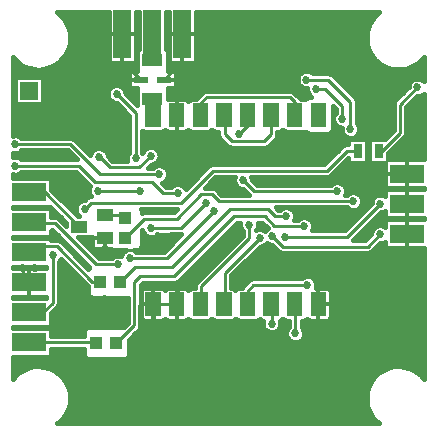
<source format=gbl>
G04 DipTrace 2.3.1.0*
%INPowerTowerRX_Rev4.GBL*%
%MOIN*%
%ADD13C,0.01*%
%ADD16C,0.015*%
%ADD17C,0.013*%
%ADD20R,0.1181X0.063*%
%ADD25R,0.0394X0.0433*%
%ADD26R,0.0433X0.0394*%
%ADD28R,0.0315X0.0472*%
%ADD32R,0.0591X0.0591*%
%ADD33R,0.06X0.16*%
%ADD37R,0.071X0.041*%
%ADD38R,0.049X0.024*%
%ADD42R,0.0551X0.0394*%
%ADD46C,0.027*%
%FSLAX44Y44*%
G04*
G70*
G90*
G75*
G01*
%LNBottom*%
%LPD*%
X11840Y7870D2*
D13*
X7360D1*
X7120Y8110D1*
X6780D1*
X5960Y7290D1*
X4880D1*
X4240Y6650D1*
X6745Y4431D2*
X6770Y4456D1*
Y5030D1*
X8370Y6630D1*
Y7090D1*
X8720Y6643D2*
X7560Y5482D1*
Y4459D1*
X7532Y4431D1*
X4150Y13430D2*
Y12550D1*
X4780Y11920D1*
X5520D2*
X6150Y12550D1*
Y13430D1*
X5170Y4431D2*
X5957D1*
X5200Y3630D2*
Y4401D1*
X5170Y4431D1*
X6700Y5450D2*
X6470D1*
X5990Y4970D1*
Y4463D1*
X5957Y4431D1*
X830Y5650D2*
Y5360D1*
X1030Y5160D1*
X3570Y6260D2*
X3580Y6250D1*
X4740D1*
X4960Y6470D1*
X5110D1*
X1030Y7160D2*
X1060Y7130D1*
X1900D1*
X3270Y5760D1*
X4000D1*
X3366Y9344D2*
X3386D1*
X3730Y9000D1*
X4710D1*
X5090Y9380D1*
X9894Y4431D2*
X9910Y4415D1*
Y3460D1*
X9120Y3790D2*
Y4110D1*
X9140Y4090D1*
Y4431D1*
X9107D1*
X8040Y10120D2*
X8320Y10400D1*
Y10730D1*
X6950Y7810D2*
X6110Y6970D1*
X5090D1*
X5100Y6960D1*
X8170Y8580D2*
X8540Y8210D1*
X11310D1*
X1030Y8160D2*
X1570D1*
X2710Y7020D1*
X11750Y10271D2*
Y11180D1*
X11010Y11920D1*
X10280D1*
X1030Y4160D2*
X1500D1*
X1820Y4480D1*
Y6060D1*
X3576Y7394D2*
X4165D1*
X4240Y7319D1*
X12699Y9550D2*
X12800D1*
X13400Y10150D1*
Y11080D1*
X13980Y11660D1*
X7532Y10730D2*
X7560Y10702D1*
Y10100D1*
X7800Y9860D1*
X8870D1*
X9107Y10097D1*
Y10730D1*
X9894D2*
Y11166D1*
X9720Y11340D1*
X6960D1*
X6745Y11125D1*
Y10730D1*
X5170D2*
Y11280D1*
X5150D1*
Y13430D2*
Y12560D1*
X1030Y3160D2*
X3260D1*
X3280Y3140D1*
X3410Y5190D2*
X3140D1*
X1970Y6360D1*
X1230D1*
X1030Y6160D1*
X570Y9770D2*
X2410D1*
X3410Y8770D1*
X5380D1*
X11470Y10620D2*
Y11040D1*
X10910Y11600D1*
X10611D1*
X5990Y8140D2*
X5500D1*
X5120Y8520D1*
X3230D1*
X2700Y9050D1*
X570D1*
X4720Y8210D2*
X3330D1*
X3320Y8220D1*
X7190Y7540D2*
X5628Y5978D1*
X4400D1*
X9560Y6690D2*
X9540D1*
X9550Y6680D2*
X11640D1*
X12750Y7790D1*
X8320Y4431D2*
Y4890D1*
X8515Y5085D1*
X10310D1*
X4079Y5190D2*
X4569Y5680D1*
X5790D1*
X7720Y7610D1*
X9010D1*
X9250Y7370D1*
X9607D1*
X3949Y3140D2*
X4540Y3731D1*
Y5160D1*
X4740Y5360D1*
X5880D1*
X7880Y7360D1*
X8890D1*
X9210Y7040D1*
X10210D1*
X12740Y6770D2*
X12322Y6352D1*
X9498D1*
X9140Y6710D1*
X3956Y11444D2*
X4590Y10810D1*
Y9300D1*
X11990Y9550D2*
X11630D1*
X10960Y8880D1*
X7160D1*
X6100Y7820D1*
X3100D1*
X2890Y7610D1*
D46*
X11840Y7870D3*
X8370Y7090D3*
X8720Y6643D3*
X4000Y5760D3*
X3366Y9344D3*
D3*
X5090Y9380D3*
D3*
X9910Y3460D3*
X9120Y3790D3*
X8040Y10120D3*
X6950Y7810D3*
X5100Y6960D3*
X8170Y8580D3*
X11310Y8210D3*
X11750Y10271D3*
X10280Y11920D3*
X1820Y6060D3*
X13980Y11660D3*
X570Y9770D3*
X5380Y8770D3*
X11470Y10620D3*
X10611Y11600D3*
X5990Y8140D3*
X570Y9050D3*
X4720Y8210D3*
X3320Y8220D3*
X7190Y7540D3*
X4400Y5978D3*
X9560Y6690D3*
X12750Y7790D3*
X10310Y5085D3*
X9607Y7370D3*
X10210Y7040D3*
X12740Y6770D3*
X9140Y6710D3*
X3956Y11444D3*
X4590Y9300D3*
X2890Y7610D3*
X3360Y12700D3*
X12150Y12530D3*
X13970Y10980D3*
X9530Y9980D3*
X6700Y13430D3*
X3610D3*
X3660Y10260D3*
X8330Y9240D3*
X1250Y5650D3*
X830D3*
X5200Y3630D3*
X5480Y10000D3*
X7910Y11680D3*
X8520Y1350D3*
X6700Y5450D3*
X3560Y4610D3*
X3570Y6260D3*
X7390Y2350D3*
Y3320D3*
X4580Y3370D3*
X5370Y9120D3*
X2140Y5780D3*
X5250Y2850D3*
X10570Y3330D3*
Y2450D3*
X7030Y9900D3*
X1860Y3590D3*
X2600Y630D3*
X2170Y11880D3*
X12700Y8410D3*
X10490Y7390D3*
X7850Y8290D3*
X2140Y2310D3*
X6060Y2850D3*
X8060Y3660D3*
X3360Y630D3*
X12180Y660D3*
X14060Y2770D3*
X8330Y5300D3*
X2400Y14020D3*
X3520D3*
X6750Y14050D3*
X8580Y14030D3*
X8550Y13370D3*
X12130Y13960D3*
X14040Y12240D3*
X14060Y9610D3*
X3880Y12260D3*
X11300Y7620D3*
X9060Y3240D3*
X4160Y630D3*
X5110Y6470D3*
X1400Y8690D3*
X1420Y9410D3*
X1430Y10120D3*
X2570Y10060D3*
X6220Y12260D3*
X4920Y630D3*
X12810Y7280D3*
X5750Y620D3*
X6510D3*
X10620Y660D3*
X11380D3*
X7330Y14050D3*
X8000D3*
X2970Y14030D3*
X9540Y5390D3*
X10550Y6080D3*
X8740Y6010D3*
X5690Y8460D3*
X14040Y5980D3*
Y5030D3*
Y4090D3*
X2151Y14017D2*
D16*
X3673D1*
X4626D2*
X4674D1*
X5625D2*
X5676D1*
X6626D2*
X12535D1*
X2262Y13868D2*
X3673D1*
X4626D2*
X4674D1*
X5625D2*
X5676D1*
X6626D2*
X12427D1*
X2337Y13719D2*
X3673D1*
X4626D2*
X4674D1*
X5625D2*
X5676D1*
X6626D2*
X12352D1*
X2386Y13571D2*
X3673D1*
X4626D2*
X4674D1*
X5625D2*
X5676D1*
X6626D2*
X12303D1*
X2409Y13422D2*
X3673D1*
X4626D2*
X4674D1*
X5625D2*
X5676D1*
X6626D2*
X12277D1*
X2414Y13273D2*
X3673D1*
X4626D2*
X4674D1*
X5625D2*
X5676D1*
X6626D2*
X12272D1*
X2398Y13125D2*
X3673D1*
X4626D2*
X4674D1*
X5625D2*
X5676D1*
X6626D2*
X12291D1*
X2358Y12976D2*
X3673D1*
X4626D2*
X4674D1*
X5625D2*
X5676D1*
X6626D2*
X12328D1*
X2294Y12827D2*
X3673D1*
X6626D2*
X12392D1*
X2201Y12679D2*
X3673D1*
X6626D2*
X12488D1*
X508Y12530D2*
X616D1*
X2065D2*
X3673D1*
X6626D2*
X12624D1*
X14072D2*
X14180D1*
X508Y12381D2*
X828D1*
X1851D2*
X4620D1*
X5681D2*
X12835D1*
X13861D2*
X14180D1*
X508Y12233D2*
X4620D1*
X5681D2*
X14180D1*
X508Y12084D2*
X4360D1*
X5941D2*
X10018D1*
X11158D2*
X14180D1*
X508Y11935D2*
X560D1*
X1502D2*
X4360D1*
X5941D2*
X9971D1*
X11308D2*
X13857D1*
X14105D2*
X14180D1*
X508Y11787D2*
X560D1*
X1502D2*
X4360D1*
X5941D2*
X10001D1*
X11456D2*
X13697D1*
X508Y11638D2*
X560D1*
X1502D2*
X3718D1*
X4195D2*
X4620D1*
X5681D2*
X10177D1*
X11606D2*
X13646D1*
X508Y11489D2*
X560D1*
X1502D2*
X3650D1*
X4263D2*
X4620D1*
X5681D2*
X6795D1*
X9883D2*
X10322D1*
X11754D2*
X13496D1*
X508Y11340D2*
X560D1*
X1502D2*
X3664D1*
X4373D2*
X4620D1*
X5681D2*
X6647D1*
X10033D2*
X10332D1*
X11904D2*
X13348D1*
X13973D2*
X14180D1*
X508Y11192D2*
X560D1*
X1502D2*
X3786D1*
X4521D2*
X4620D1*
X11976D2*
X13205D1*
X13826D2*
X14180D1*
X508Y11043D2*
X4043D1*
X11976D2*
X13175D1*
X13676D2*
X14180D1*
X508Y10894D2*
X4193D1*
X11184D2*
X11245D1*
X11976D2*
X13175D1*
X13626D2*
X14180D1*
X508Y10746D2*
X4341D1*
X11976D2*
X13175D1*
X13626D2*
X14180D1*
X508Y10597D2*
X4364D1*
X11976D2*
X13175D1*
X13626D2*
X14180D1*
X508Y10448D2*
X4364D1*
X12002D2*
X13175D1*
X13626D2*
X14180D1*
X508Y10300D2*
X4364D1*
X11180D2*
X11440D1*
X12058D2*
X13175D1*
X13626D2*
X14180D1*
X508Y10151D2*
X4364D1*
X4816D2*
X7334D1*
X9333D2*
X10273D1*
X11091D2*
X11464D1*
X12035D2*
X13088D1*
X13626D2*
X14180D1*
X769Y10002D2*
X4364D1*
X4816D2*
X7357D1*
X9309D2*
X11611D1*
X11890D2*
X12940D1*
X13566D2*
X14180D1*
X2639Y9854D2*
X4364D1*
X4816D2*
X7493D1*
X9176D2*
X11656D1*
X13418D2*
X14180D1*
X2789Y9705D2*
X4364D1*
X4816D2*
X7641D1*
X9028D2*
X11473D1*
X13268D2*
X14180D1*
X790Y9556D2*
X2311D1*
X2937D2*
X3143D1*
X3588D2*
X4364D1*
X5344D2*
X11323D1*
X13120D2*
X14180D1*
X508Y9408D2*
X2459D1*
X3670D2*
X4299D1*
X5400D2*
X11175D1*
X13031D2*
X14180D1*
X3785Y9259D2*
X4282D1*
X5374D2*
X11025D1*
X5226Y9110D2*
X10878D1*
X11503D2*
X12884D1*
X5620Y8961D2*
X6928D1*
X11355D2*
X12884D1*
X762Y8813D2*
X2623D1*
X5688D2*
X6778D1*
X11205D2*
X12884D1*
X508Y8664D2*
X2773D1*
X5672D2*
X6631D1*
X7256D2*
X7871D1*
X8468D2*
X12884D1*
X1798Y8515D2*
X2921D1*
X5545D2*
X6483D1*
X7108D2*
X7866D1*
X8548D2*
X12884D1*
X1798Y8367D2*
X3047D1*
X5587D2*
X5785D1*
X6194D2*
X6333D1*
X6961D2*
X7950D1*
X11576D2*
X12884D1*
X1826Y8218D2*
X3010D1*
X7324D2*
X8220D1*
X11620D2*
X12884D1*
X1973Y8069D2*
X3050D1*
X12073D2*
X12638D1*
X2123Y7921D2*
X2888D1*
X12148D2*
X12469D1*
X2271Y7772D2*
X2628D1*
X12133D2*
X12420D1*
X2421Y7623D2*
X2578D1*
X9309D2*
X9439D1*
X9776D2*
X11661D1*
X12019D2*
X12270D1*
X1798Y7475D2*
X1943D1*
X9900D2*
X12122D1*
X12748D2*
X12884D1*
X1992Y7326D2*
X2091D1*
X9914D2*
X10118D1*
X10301D2*
X11972D1*
X12600D2*
X12884D1*
X2166Y7177D2*
X2240D1*
X10488D2*
X11825D1*
X12450D2*
X12884D1*
X7861Y7029D2*
X8065D1*
X8674D2*
X8909D1*
X10521D2*
X11675D1*
X12302D2*
X12582D1*
X7713Y6880D2*
X8145D1*
X12152D2*
X12450D1*
X1798Y6731D2*
X1986D1*
X4802D2*
X4896D1*
X5301D2*
X6068D1*
X7566D2*
X8145D1*
X12005D2*
X12387D1*
X1798Y6582D2*
X2133D1*
X2761D2*
X3125D1*
X4802D2*
X5918D1*
X7416D2*
X8009D1*
X11855D2*
X12239D1*
X2210Y6434D2*
X2283D1*
X2908D2*
X3125D1*
X4802D2*
X5771D1*
X7268D2*
X7861D1*
X8946D2*
X9019D1*
X12717D2*
X12884D1*
X2358Y6285D2*
X2431D1*
X3058D2*
X3732D1*
X4748D2*
X5623D1*
X7118D2*
X7711D1*
X8676D2*
X9251D1*
X12569D2*
X14180D1*
X2508Y6136D2*
X2581D1*
X3206D2*
X4135D1*
X6970D2*
X7564D1*
X8526D2*
X14180D1*
X2655Y5988D2*
X2728D1*
X3356D2*
X3797D1*
X6820D2*
X7414D1*
X8379D2*
X14180D1*
X2046Y5839D2*
X2178D1*
X2803D2*
X2878D1*
X6673D2*
X7266D1*
X8231D2*
X14180D1*
X2046Y5690D2*
X2325D1*
X2953D2*
X3026D1*
X6523D2*
X7116D1*
X8081D2*
X14180D1*
X2046Y5542D2*
X2475D1*
X6375D2*
X6968D1*
X7933D2*
X14180D1*
X2046Y5393D2*
X2623D1*
X6227D2*
X6821D1*
X7786D2*
X14180D1*
X2046Y5244D2*
X2773D1*
X6077D2*
X6671D1*
X7786D2*
X8363D1*
X10575D2*
X14180D1*
X2046Y5096D2*
X2921D1*
X4788D2*
X6553D1*
X7786D2*
X8213D1*
X10622D2*
X14180D1*
X2046Y4947D2*
X2991D1*
X11058D2*
X14180D1*
X2046Y4798D2*
X2991D1*
X11114D2*
X14180D1*
X508Y4650D2*
X1594D1*
X2046D2*
X3106D1*
X11114D2*
X14180D1*
X2046Y4501D2*
X4315D1*
X11114D2*
X14180D1*
X2004Y4352D2*
X4315D1*
X11114D2*
X14180D1*
X1856Y4203D2*
X4315D1*
X11114D2*
X14180D1*
X1798Y4055D2*
X4315D1*
X11114D2*
X14180D1*
X1798Y3906D2*
X4315D1*
X5533D2*
X5594D1*
X6321D2*
X6380D1*
X7108D2*
X7169D1*
X7896D2*
X7955D1*
X8683D2*
X8744D1*
X9471D2*
X9530D1*
X10258D2*
X10319D1*
X11046D2*
X14180D1*
X1798Y3757D2*
X4254D1*
X4765D2*
X8811D1*
X9429D2*
X9685D1*
X10137D2*
X14180D1*
X1798Y3609D2*
X2883D1*
X4727D2*
X8871D1*
X9368D2*
X9640D1*
X10181D2*
X14180D1*
X1798Y3460D2*
X2860D1*
X4582D2*
X9598D1*
X10221D2*
X14180D1*
X4434Y3311D2*
X9640D1*
X10181D2*
X14180D1*
X4369Y3163D2*
X14180D1*
X4369Y3014D2*
X14180D1*
X1798Y2865D2*
X2860D1*
X4369D2*
X14180D1*
X1798Y2717D2*
X2864D1*
X4366D2*
X14180D1*
X508Y2568D2*
X14180D1*
X508Y2419D2*
X14180D1*
X508Y2271D2*
X875D1*
X1805D2*
X12884D1*
X13812D2*
X14180D1*
X508Y2122D2*
X643D1*
X2037D2*
X12650D1*
X14046D2*
X14180D1*
X2182Y1973D2*
X12504D1*
X2283Y1824D2*
X12406D1*
X2351Y1676D2*
X12338D1*
X2393Y1527D2*
X12296D1*
X2414Y1378D2*
X12275D1*
X2412Y1230D2*
X12275D1*
X2391Y1081D2*
X12298D1*
X2346Y932D2*
X12343D1*
X2276Y784D2*
X12413D1*
X2173Y635D2*
X12516D1*
X2023Y486D2*
X12666D1*
X492Y6636D2*
X1782D1*
Y6573D1*
X1970Y6571D1*
X2043Y6558D1*
X2119Y6509D1*
X3009Y5619D1*
X3023Y5651D1*
X3015Y5717D1*
X1813Y6918D1*
X1782Y6886D1*
Y6684D1*
X492D1*
Y6635D1*
X1610Y5684D2*
X490D1*
X503Y5636D1*
X1609D1*
Y5682D1*
X492Y7636D2*
X1782D1*
Y7343D1*
X1900Y7341D1*
X1973Y7328D1*
X2049Y7279D1*
X2273Y7055D1*
Y7157D1*
X1747Y7685D1*
X490Y7684D1*
X492Y7638D1*
X1610Y4684D2*
X492D1*
Y4638D1*
X803Y4636D1*
X1607D1*
X1782Y4141D2*
Y3684D1*
X492D1*
Y3635D1*
X1553Y3636D1*
X1782D1*
Y3371D1*
X2875D1*
Y3527D1*
X2892Y3599D1*
X2940Y3656D1*
X3011Y3685D1*
X3260Y3687D1*
X4197Y3686D1*
X4329Y3818D1*
Y4642D1*
X3165Y4643D1*
X3092Y4660D1*
X3036Y4708D1*
X3007Y4779D1*
X3005Y5030D1*
X2991Y5041D1*
X2091Y5941D1*
X2035Y5856D1*
X2029Y5852D1*
X2031Y5535D1*
Y4480D1*
X2018Y4407D1*
X1969Y4331D1*
X1782Y4144D1*
Y2949D2*
Y2684D1*
X490D1*
X492Y2259D1*
Y1947D1*
X562Y2031D1*
X672Y2134D1*
X795Y2220D1*
X928Y2287D1*
X1070Y2336D1*
X1217Y2363D1*
X1367Y2370D1*
X1516Y2356D1*
X1662Y2320D1*
X1801Y2265D1*
X1931Y2190D1*
X2049Y2098D1*
X2154Y1990D1*
X2241Y1869D1*
X2311Y1736D1*
X2362Y1595D1*
X2392Y1448D1*
X2401Y1310D1*
X2390Y1160D1*
X2358Y1014D1*
X2307Y873D1*
X2235Y741D1*
X2146Y621D1*
X2041Y514D1*
X1977Y463D1*
X12711Y462D1*
X12615Y543D1*
X12514Y654D1*
X12430Y778D1*
X12364Y913D1*
X12318Y1056D1*
X12293Y1203D1*
X12288Y1353D1*
X12305Y1502D1*
X12342Y1647D1*
X12400Y1786D1*
X12476Y1914D1*
X12570Y2031D1*
X12680Y2134D1*
X12803Y2220D1*
X12936Y2287D1*
X13078Y2336D1*
X13225Y2363D1*
X13375Y2370D1*
X13524Y2356D1*
X13670Y2320D1*
X13809Y2265D1*
X13939Y2190D1*
X14057Y2098D1*
X14161Y1990D1*
X14194Y1948D1*
X14196Y5544D1*
Y6315D1*
X13577Y6314D1*
X12898D1*
X12897Y6519D1*
X12829Y6488D1*
X12743Y6475D1*
X12472Y6203D1*
X12410Y6161D1*
X12322Y6141D1*
X9498D1*
X9424Y6155D1*
X9348Y6203D1*
X9138Y6414D1*
X9080Y6420D1*
X9010Y6444D1*
X8965Y6474D1*
X8935Y6439D1*
X8877Y6391D1*
X8809Y6360D1*
X8724Y6348D1*
X7771Y5395D1*
Y4988D1*
X7860Y4968D1*
X7918Y4918D1*
X7900Y4939D1*
X7947Y4935D1*
X8009Y4976D1*
X8064Y4985D1*
X8133Y4988D1*
X8170Y5039D1*
X8366Y5234D1*
X8427Y5277D1*
X8515Y5296D1*
X10102D1*
X10129Y5319D1*
X10193Y5357D1*
X10265Y5378D1*
X10340Y5380D1*
X10413Y5363D1*
X10479Y5328D1*
X10535Y5278D1*
X10576Y5215D1*
X10600Y5145D1*
X10606Y5085D1*
X10597Y5011D1*
X10587Y4987D1*
X10681Y4985D1*
X10968Y4983D1*
X11010Y4968D1*
X11047Y4943D1*
X11075Y4908D1*
X11093Y4867D1*
X11099Y4824D1*
X11096Y4007D1*
X11082Y3965D1*
X11056Y3928D1*
X11021Y3899D1*
X10980Y3882D1*
X10938Y3876D1*
X10396Y3879D1*
X10354Y3893D1*
X10317Y3919D1*
X10288Y3954D1*
X10293Y3946D1*
X10205Y3886D1*
X10120Y3876D1*
X10176Y3879D1*
X10121Y3815D1*
Y3668D1*
X10176Y3590D1*
X10200Y3519D1*
X10206Y3460D1*
X10197Y3386D1*
X10169Y3316D1*
X10125Y3256D1*
X10067Y3209D1*
X9999Y3178D1*
X9925Y3164D1*
X9850Y3170D1*
X9780Y3194D1*
X9717Y3235D1*
X9667Y3291D1*
X9632Y3357D1*
X9616Y3430D1*
X9617Y3505D1*
X9638Y3577D1*
X9676Y3641D1*
X9697Y3663D1*
X9699Y3875D1*
X9639Y3876D1*
X9566Y3893D1*
X9508Y3943D1*
X9527Y3922D1*
X9480Y3926D1*
X9416Y3885D1*
X9410Y3849D1*
X9416Y3790D1*
X9407Y3716D1*
X9379Y3646D1*
X9335Y3586D1*
X9277Y3539D1*
X9209Y3508D1*
X9135Y3494D1*
X9060Y3500D1*
X8990Y3524D1*
X8927Y3565D1*
X8877Y3621D1*
X8842Y3687D1*
X8826Y3760D1*
X8827Y3835D1*
X8840Y3878D1*
X8805Y3883D1*
X8739Y3922D1*
X8721Y3943D1*
X8630Y3886D1*
X8576Y3876D1*
X8064D1*
X7991Y3893D1*
X7934Y3943D1*
X7952Y3922D1*
X7905Y3926D1*
X7843Y3886D1*
X7788Y3876D1*
X7276D1*
X7204Y3893D1*
X7146Y3943D1*
X7164Y3922D1*
X7118Y3926D1*
X7055Y3886D1*
X7001Y3876D1*
X6489D1*
X6417Y3893D1*
X6349Y3950D1*
X6319Y3916D1*
X6282Y3891D1*
X6239Y3878D1*
X6093Y3876D1*
X5672Y3879D1*
X5629Y3893D1*
X5592Y3919D1*
X5564Y3954D1*
X5534Y3917D1*
X5496Y3892D1*
X5454Y3878D1*
X5381Y3876D1*
X4884Y3879D1*
X4842Y3893D1*
X4805Y3919D1*
X4776Y3953D1*
X4759Y3995D1*
X4753Y4037D1*
X4756Y4854D1*
X4770Y4897D1*
X4796Y4934D1*
X4830Y4962D1*
X4872Y4980D1*
X4914Y4985D1*
X5456Y4983D1*
X5498Y4968D1*
X5535Y4943D1*
X5564Y4908D1*
X5594Y4944D1*
X5631Y4969D1*
X5674Y4983D1*
X5746Y4985D1*
X6243Y4983D1*
X6286Y4968D1*
X6323Y4943D1*
X6351Y4908D1*
X6346Y4915D1*
X6434Y4976D1*
X6489Y4985D1*
X6557D1*
X6572Y5103D1*
X6621Y5179D1*
X8160Y6719D1*
X8159Y6881D1*
X8127Y6921D1*
X8092Y6987D1*
X8076Y7060D1*
X8082Y7151D1*
X7969Y7149D1*
X6029Y5211D1*
X5968Y5168D1*
X5880Y5149D1*
X4828D1*
X4752Y5073D1*
X4751Y3731D1*
X4738Y3657D1*
X4689Y3582D1*
X4356Y3248D1*
X4355Y2753D1*
X4337Y2681D1*
X4289Y2624D1*
X4218Y2595D1*
X3970Y2593D1*
X3035D1*
X2962Y2610D1*
X2906Y2658D1*
X2877Y2729D1*
X2875Y2948D1*
X1781Y2949D1*
X11747Y9947D2*
X12308D1*
Y9153D1*
X11672D1*
Y9291D1*
X11109Y8731D1*
X11048Y8688D1*
X10960Y8669D1*
X8450D1*
X8460Y8639D1*
X8466Y8582D1*
X8629Y8419D1*
X9440Y8421D1*
X11102D1*
X11129Y8444D1*
X11193Y8482D1*
X11265Y8503D1*
X11340Y8504D1*
X11413Y8488D1*
X11479Y8453D1*
X11535Y8403D1*
X11576Y8340D1*
X11600Y8269D1*
X11606Y8210D1*
X11597Y8136D1*
X11575Y8082D1*
X11659Y8104D1*
X11723Y8142D1*
X11795Y8163D1*
X11870Y8164D1*
X11943Y8148D1*
X12009Y8113D1*
X12065Y8063D1*
X12106Y8000D1*
X12130Y7929D1*
X12136Y7870D1*
X12127Y7796D1*
X12099Y7726D1*
X12055Y7666D1*
X11997Y7619D1*
X11929Y7588D1*
X11855Y7574D1*
X11780Y7580D1*
X11710Y7604D1*
X11636Y7658D1*
X10790Y7659D1*
X9672D1*
X9710Y7648D1*
X9777Y7613D1*
X9832Y7563D1*
X9873Y7500D1*
X9897Y7429D1*
X9903Y7370D1*
X9894Y7296D1*
X9876Y7250D1*
X10005Y7251D1*
X10029Y7274D1*
X10093Y7312D1*
X10165Y7333D1*
X10240Y7334D1*
X10313Y7318D1*
X10379Y7283D1*
X10435Y7233D1*
X10476Y7170D1*
X10500Y7099D1*
X10506Y7040D1*
X10497Y6966D1*
X10465Y6891D1*
X11554D1*
X12454Y7792D1*
X12457Y7835D1*
X12478Y7907D1*
X12516Y7971D1*
X12569Y8024D1*
X12633Y8062D1*
X12705Y8083D1*
X12780Y8084D1*
X12853Y8068D1*
X12901Y8043D1*
X12898Y8109D1*
Y8266D1*
X14195D1*
X14192Y8314D1*
X12898D1*
Y9153D1*
X12380D1*
Y9947D1*
X12898D1*
X13189Y10238D1*
Y11080D1*
X13202Y11153D1*
X13251Y11229D1*
X13683Y11662D1*
X13687Y11705D1*
X13708Y11777D1*
X13746Y11841D1*
X13799Y11894D1*
X13863Y11932D1*
X13935Y11953D1*
X14010Y11954D1*
X14083Y11938D1*
X14149Y11903D1*
X14196Y11861D1*
Y12681D1*
X14103Y12574D1*
X13991Y12475D1*
X13866Y12392D1*
X13730Y12329D1*
X13587Y12285D1*
X13439Y12261D1*
X13289Y12259D1*
X13140Y12278D1*
X12996Y12318D1*
X12858Y12377D1*
X12730Y12456D1*
X12615Y12551D1*
X12514Y12662D1*
X12430Y12786D1*
X12364Y12921D1*
X12318Y13064D1*
X12293Y13211D1*
X12288Y13361D1*
X12305Y13510D1*
X12342Y13655D1*
X12400Y13793D1*
X12476Y13922D1*
X12570Y14039D1*
X12680Y14142D1*
X12712Y14166D1*
X6613D1*
X6611Y14061D1*
Y12469D1*
X5689D1*
Y14165D1*
X5610Y14166D1*
X5611Y12926D1*
X5666D1*
X5669Y12201D1*
X5926D1*
Y11639D1*
X5666D1*
Y11283D1*
X5761Y11285D1*
X6243Y11282D1*
X6286Y11268D1*
X6323Y11242D1*
X6351Y11207D1*
X6346Y11215D1*
X6434Y11275D1*
X6489Y11285D1*
X6608D1*
X6811Y11489D1*
X6872Y11532D1*
X6960Y11551D1*
X9720D1*
X9793Y11538D1*
X9869Y11489D1*
X10063Y11292D1*
X10089Y11285D1*
X10150D1*
X10242Y11263D1*
X10296Y11315D1*
X10376Y11349D1*
X10447Y11355D1*
X10418Y11375D1*
X10368Y11431D1*
X10333Y11497D1*
X10316Y11570D1*
X10318Y11629D1*
X10295Y11624D1*
X10220Y11630D1*
X10150Y11654D1*
X10087Y11695D1*
X10037Y11751D1*
X10002Y11817D1*
X9986Y11890D1*
X9987Y11965D1*
X10008Y12037D1*
X10046Y12101D1*
X10099Y12154D1*
X10163Y12192D1*
X10235Y12213D1*
X10310Y12214D1*
X10383Y12198D1*
X10449Y12163D1*
X10486Y12130D1*
X11010Y12131D1*
X11083Y12118D1*
X11159Y12069D1*
X11899Y11329D1*
X11942Y11268D1*
X11961Y11180D1*
Y10479D1*
X12016Y10401D1*
X12040Y10330D1*
X12046Y10271D1*
X12037Y10196D1*
X12009Y10127D1*
X11965Y10067D1*
X11907Y10019D1*
X11839Y9988D1*
X11765Y9975D1*
X11690Y9981D1*
X11620Y10005D1*
X11557Y10046D1*
X11507Y10102D1*
X11472Y10168D1*
X11456Y10241D1*
X11459Y10322D1*
X11410Y10330D1*
X11340Y10354D1*
X11277Y10395D1*
X11227Y10451D1*
X11192Y10517D1*
X11176Y10590D1*
X11177Y10665D1*
X11198Y10737D1*
X11236Y10801D1*
X11257Y10823D1*
X11259Y10950D1*
X11170Y11042D1*
X11169Y10336D1*
X11157Y10263D1*
X11122Y10197D1*
X11068Y10145D1*
X10988Y10111D1*
X10863Y10105D1*
X10426D1*
X10352Y10117D1*
X10275Y10162D1*
X10205Y10185D1*
X10150Y10175D1*
X9639D1*
X9566Y10192D1*
X9508Y10242D1*
X9527Y10221D1*
X9480Y10226D1*
X9418Y10185D1*
X9363Y10175D1*
X9318D1*
Y10097D1*
X9305Y10024D1*
X9256Y9948D1*
X9019Y9711D1*
X8958Y9668D1*
X8870Y9649D1*
X7800D1*
X7727Y9662D1*
X7651Y9711D1*
X7411Y9951D1*
X7368Y10012D1*
X7349Y10100D1*
Y10177D1*
X7276Y10175D1*
X7204Y10192D1*
X7146Y10242D1*
X7164Y10221D1*
X7118Y10226D1*
X7055Y10185D1*
X7001Y10175D1*
X6489D1*
X6417Y10192D1*
X6349Y10249D1*
X6319Y10215D1*
X6282Y10191D1*
X6239Y10177D1*
X6093Y10175D1*
X5672Y10178D1*
X5629Y10192D1*
X5592Y10218D1*
X5564Y10253D1*
X5569Y10245D1*
X5481Y10185D1*
X5426Y10175D1*
X4914D1*
X4840Y10194D1*
X4868Y10182D1*
X4802Y10221D1*
X4801Y9509D1*
X4818Y9497D1*
X4856Y9561D1*
X4909Y9614D1*
X4973Y9652D1*
X5045Y9673D1*
X5120Y9674D1*
X5193Y9658D1*
X5259Y9623D1*
X5315Y9573D1*
X5356Y9510D1*
X5380Y9439D1*
X5386Y9380D1*
X5377Y9306D1*
X5349Y9236D1*
X5305Y9176D1*
X5247Y9129D1*
X5179Y9098D1*
X5093Y9085D1*
X4989Y8981D1*
X5175D1*
X5199Y9004D1*
X5263Y9042D1*
X5335Y9063D1*
X5410Y9064D1*
X5483Y9048D1*
X5549Y9013D1*
X5605Y8963D1*
X5646Y8900D1*
X5670Y8829D1*
X5676Y8770D1*
X5667Y8696D1*
X5639Y8626D1*
X5595Y8566D1*
X5537Y8519D1*
X5452Y8485D1*
X5589Y8349D1*
X5784Y8351D1*
X5809Y8374D1*
X5873Y8412D1*
X5945Y8433D1*
X6020Y8434D1*
X6093Y8418D1*
X6159Y8383D1*
X6215Y8333D1*
X6255Y8272D1*
X7011Y9029D1*
X7072Y9072D1*
X7160Y9091D1*
X10875D1*
X11481Y9699D1*
X11542Y9742D1*
X11630Y9761D1*
X11670D1*
X11672Y9947D1*
X11747D1*
X13017Y9467D2*
X13018Y9266D1*
X14195D1*
Y11456D1*
X14137Y11409D1*
X14069Y11378D1*
X13983Y11365D1*
X13610Y10992D1*
X13611Y10150D1*
X13598Y10077D1*
X13549Y10001D1*
X13017Y9469D1*
X649Y12006D2*
X1486D1*
Y11094D1*
X574D1*
Y12006D1*
X649D1*
X14196Y7314D2*
X12898D1*
Y7534D1*
X12839Y7508D1*
X12753Y7495D1*
X11823Y6563D1*
X12237D1*
X12443Y6772D1*
X12447Y6815D1*
X12468Y6887D1*
X12506Y6951D1*
X12559Y7004D1*
X12623Y7042D1*
X12695Y7063D1*
X12770Y7064D1*
X12843Y7048D1*
X12899Y7018D1*
X12898Y7266D1*
X14196Y7269D1*
Y7313D1*
X4689Y12926D2*
Y14166D1*
X4612D1*
X4611Y12469D1*
X3689D1*
Y14165D1*
X1977Y14166D1*
X2049Y14106D1*
X2154Y13998D1*
X2241Y13877D1*
X2311Y13744D1*
X2362Y13603D1*
X2392Y13456D1*
X2401Y13318D1*
X2390Y13168D1*
X2358Y13022D1*
X2307Y12881D1*
X2235Y12749D1*
X2146Y12629D1*
X2041Y12522D1*
X1922Y12431D1*
X1791Y12358D1*
X1651Y12304D1*
X1505Y12270D1*
X1356Y12257D1*
X1206Y12266D1*
X1059Y12295D1*
X918Y12345D1*
X785Y12414D1*
X663Y12501D1*
X555Y12605D1*
X491Y12683D1*
X492Y10057D1*
X600Y10064D1*
X673Y10048D1*
X739Y10013D1*
X776Y9980D1*
X2410Y9981D1*
X2483Y9968D1*
X2559Y9919D1*
X3075Y9404D1*
X3094Y9461D1*
X3132Y9526D1*
X3184Y9579D1*
X3249Y9616D1*
X3321Y9637D1*
X3396Y9639D1*
X3469Y9622D1*
X3535Y9587D1*
X3590Y9537D1*
X3631Y9475D1*
X3656Y9404D1*
X3659Y9369D1*
X3818Y9210D1*
X4309Y9211D1*
X4296Y9270D1*
X4297Y9345D1*
X4318Y9417D1*
X4356Y9481D1*
X4377Y9503D1*
X4379Y10200D1*
Y10723D1*
X3955Y11146D1*
X3897Y11154D1*
X3826Y11178D1*
X3763Y11219D1*
X3713Y11275D1*
X3679Y11341D1*
X3662Y11414D1*
X3664Y11489D1*
X3684Y11561D1*
X3722Y11625D1*
X3775Y11678D1*
X3840Y11716D1*
X3911Y11736D1*
X3986Y11738D1*
X4059Y11721D1*
X4125Y11687D1*
X4181Y11637D1*
X4222Y11574D1*
X4246Y11503D1*
X4252Y11446D1*
X4634Y11064D1*
X4631Y11639D1*
X4374D1*
Y12201D1*
X4634D1*
Y12926D1*
X4688D1*
X3140Y6662D2*
X2666D1*
X3357Y5972D1*
X3793Y5971D1*
X3819Y5994D1*
X3883Y6032D1*
X3955Y6053D1*
X4030Y6054D1*
X4109Y6034D1*
X4128Y6095D1*
X4166Y6159D1*
X4219Y6212D1*
X4273Y6244D1*
X3853Y6245D1*
X3779Y6263D1*
X3803Y6253D1*
X3743Y6288D1*
X3140D1*
Y6663D1*
X4787Y7490D2*
Y7478D1*
X4867Y7500D1*
X5871Y7501D1*
X5982Y7610D1*
X4780Y7609D1*
X4787Y7565D1*
Y7490D1*
X7447Y8081D2*
X8370D1*
X8167Y8285D1*
X8110Y8290D1*
X8040Y8314D1*
X7977Y8355D1*
X7927Y8411D1*
X7892Y8477D1*
X7876Y8550D1*
X7877Y8625D1*
X7890Y8668D1*
X7245Y8669D1*
X6900Y8321D1*
X7120D1*
X7193Y8308D1*
X7269Y8259D1*
X7447Y8082D1*
X8660Y7148D2*
X8666Y7090D1*
X8657Y7016D1*
X8629Y6946D1*
X8605Y6914D1*
X8676Y6935D1*
X8751Y6937D1*
X8823Y6920D1*
X8898Y6878D1*
X8959Y6944D1*
X8989Y6962D1*
X8804Y7148D1*
X8658Y7149D1*
X8666Y7090D1*
X8657Y7016D1*
X8629Y6946D1*
X8605Y6914D1*
X8676Y6935D1*
X8751Y6937D1*
X8823Y6920D1*
X8898Y6878D1*
X8959Y6944D1*
X8989Y6962D1*
X3076Y9401D2*
X3094Y9461D1*
X3132Y9526D1*
X3184Y9579D1*
X3249Y9616D1*
X3321Y9637D1*
X3396Y9639D1*
X3469Y9622D1*
X3535Y9587D1*
X3590Y9537D1*
X3631Y9475D1*
X3656Y9404D1*
X3659Y9369D1*
X3076Y9401D2*
X3094Y9461D1*
X3132Y9526D1*
X3184Y9579D1*
X3249Y9616D1*
X3321Y9637D1*
X3396Y9639D1*
X3469Y9622D1*
X3535Y9587D1*
X3590Y9537D1*
X3631Y9475D1*
X3656Y9404D1*
X3659Y9369D1*
X3076Y9401D2*
X3094Y9461D1*
X3132Y9526D1*
X3184Y9579D1*
X3249Y9616D1*
X3321Y9637D1*
X3396Y9639D1*
X3469Y9622D1*
X3535Y9587D1*
X3590Y9537D1*
X3631Y9475D1*
X3656Y9404D1*
X3659Y9369D1*
X4816Y9490D2*
X4856Y9561D1*
X4909Y9614D1*
X4973Y9652D1*
X5045Y9673D1*
X5120Y9674D1*
X5193Y9658D1*
X5259Y9623D1*
X5315Y9573D1*
X5356Y9510D1*
X5380Y9439D1*
X5386Y9380D1*
X5377Y9306D1*
X5349Y9236D1*
X5305Y9176D1*
X5247Y9129D1*
X5179Y9098D1*
X5093Y9085D1*
X5174Y8979D1*
X5199Y9004D1*
X5263Y9042D1*
X5335Y9063D1*
X5410Y9064D1*
X5483Y9048D1*
X5549Y9013D1*
X5605Y8963D1*
X5646Y8900D1*
X5670Y8829D1*
X5676Y8770D1*
X5667Y8696D1*
X5639Y8626D1*
X5595Y8566D1*
X5537Y8519D1*
X5452Y8485D1*
X4816Y9490D2*
X4856Y9561D1*
X4909Y9614D1*
X4973Y9652D1*
X5045Y9673D1*
X5120Y9674D1*
X5193Y9658D1*
X5259Y9623D1*
X5315Y9573D1*
X5356Y9510D1*
X5380Y9439D1*
X5386Y9380D1*
X5377Y9306D1*
X5349Y9236D1*
X5305Y9176D1*
X5247Y9129D1*
X5179Y9098D1*
X5093Y9085D1*
X4816Y9490D2*
X4856Y9561D1*
X4909Y9614D1*
X4973Y9652D1*
X5045Y9673D1*
X5120Y9674D1*
X5193Y9658D1*
X5259Y9623D1*
X5315Y9573D1*
X5356Y9510D1*
X5380Y9439D1*
X5386Y9380D1*
X5377Y9306D1*
X5349Y9236D1*
X5305Y9176D1*
X5247Y9129D1*
X5179Y9098D1*
X5093Y9085D1*
X10123Y3664D2*
X10176Y3590D1*
X10200Y3519D1*
X10206Y3460D1*
X10197Y3386D1*
X10169Y3316D1*
X10125Y3256D1*
X10067Y3209D1*
X9999Y3178D1*
X9925Y3164D1*
X9850Y3170D1*
X9780Y3194D1*
X9717Y3235D1*
X9667Y3291D1*
X9632Y3357D1*
X9616Y3430D1*
X9617Y3505D1*
X9638Y3577D1*
X9676Y3641D1*
X9697Y3663D1*
X9399Y3883D2*
X9410Y3849D1*
X9416Y3790D1*
X9407Y3716D1*
X9379Y3646D1*
X9335Y3586D1*
X9277Y3539D1*
X9209Y3508D1*
X9135Y3494D1*
X9060Y3500D1*
X8990Y3524D1*
X8927Y3565D1*
X8877Y3621D1*
X8842Y3687D1*
X8826Y3760D1*
X8827Y3835D1*
X8840Y3878D1*
X8779Y3893D1*
X8722Y3941D1*
X5316Y6758D2*
X5257Y6709D1*
X5189Y6678D1*
X5115Y6664D1*
X5040Y6670D1*
X4970Y6694D1*
X4907Y6735D1*
X4857Y6791D1*
X4822Y6857D1*
X4808Y6919D1*
X4787Y6897D1*
Y6405D1*
X4770Y6332D1*
X4722Y6276D1*
X4651Y6247D1*
X4526Y6245D1*
X4569Y6221D1*
X4606Y6188D1*
X5541Y6189D1*
X6110Y6759D1*
X5315Y6756D1*
X5257Y6709D1*
X5189Y6678D1*
X5115Y6664D1*
X5040Y6670D1*
X4970Y6694D1*
X4907Y6735D1*
X4857Y6791D1*
X4822Y6857D1*
X4808Y6919D1*
X8164Y8286D2*
X8110Y8290D1*
X8040Y8314D1*
X7977Y8355D1*
X7927Y8411D1*
X7892Y8477D1*
X7876Y8550D1*
X7877Y8625D1*
X7890Y8668D1*
X11104Y8419D2*
X11129Y8444D1*
X11193Y8482D1*
X11265Y8503D1*
X11340Y8504D1*
X11413Y8488D1*
X11479Y8453D1*
X11535Y8403D1*
X11576Y8340D1*
X11600Y8269D1*
X11606Y8210D1*
X11597Y8136D1*
X11575Y8082D1*
X11634Y8079D1*
X11659Y8104D1*
X11723Y8142D1*
X11795Y8163D1*
X11870Y8164D1*
X11943Y8148D1*
X12009Y8113D1*
X12065Y8063D1*
X12106Y8000D1*
X12130Y7929D1*
X12136Y7870D1*
X12127Y7796D1*
X12099Y7726D1*
X12055Y7666D1*
X11997Y7619D1*
X11929Y7588D1*
X11855Y7574D1*
X11780Y7580D1*
X11710Y7604D1*
X11636Y7658D1*
X11963Y10474D2*
X12016Y10401D1*
X12040Y10330D1*
X12046Y10271D1*
X12037Y10196D1*
X12009Y10127D1*
X11965Y10067D1*
X11907Y10019D1*
X11839Y9988D1*
X11765Y9975D1*
X11690Y9981D1*
X11620Y10005D1*
X11557Y10046D1*
X11507Y10102D1*
X11472Y10168D1*
X11456Y10241D1*
X11459Y10322D1*
X11410Y10330D1*
X11340Y10354D1*
X11277Y10395D1*
X11227Y10451D1*
X11192Y10517D1*
X11176Y10590D1*
X11177Y10665D1*
X11198Y10737D1*
X11236Y10801D1*
X11257Y10823D1*
X13686Y11665D2*
X13687Y11705D1*
X13708Y11777D1*
X13746Y11841D1*
X13799Y11894D1*
X13863Y11932D1*
X13935Y11953D1*
X14010Y11954D1*
X14083Y11938D1*
X14149Y11903D1*
X14196Y11861D1*
X2323Y9559D2*
X776D1*
X727Y9519D1*
X659Y9488D1*
X585Y9474D1*
X510Y9480D1*
X490Y9487D1*
X492Y9335D1*
X525Y9343D1*
X600Y9344D1*
X673Y9328D1*
X739Y9293D1*
X776Y9260D1*
X2621Y9261D1*
X2321Y9560D1*
X10451Y11354D2*
X10418Y11375D1*
X10368Y11431D1*
X10333Y11497D1*
X10316Y11570D1*
Y11628D1*
X10295Y11624D1*
X10220Y11630D1*
X10150Y11654D1*
X10087Y11695D1*
X10037Y11751D1*
X10002Y11817D1*
X9986Y11890D1*
X9987Y11965D1*
X10008Y12037D1*
X10046Y12101D1*
X10099Y12154D1*
X10163Y12192D1*
X10235Y12213D1*
X10310Y12214D1*
X10383Y12198D1*
X10449Y12163D1*
X10486Y12130D1*
X5784Y8349D2*
X5809Y8374D1*
X5873Y8412D1*
X5945Y8433D1*
X6020Y8434D1*
X6093Y8418D1*
X6159Y8383D1*
X6215Y8333D1*
X6255Y8272D1*
X775Y8839D2*
X727Y8799D1*
X659Y8768D1*
X585Y8754D1*
X510Y8760D1*
X490Y8767D1*
X492Y8636D1*
X1782D1*
Y8245D1*
X2462Y7567D1*
X2652Y7376D1*
X2697Y7385D1*
X2647Y7441D1*
X2612Y7507D1*
X2596Y7580D1*
X2597Y7655D1*
X2618Y7727D1*
X2656Y7791D1*
X2709Y7844D1*
X2773Y7882D1*
X2845Y7903D1*
X2885Y7904D1*
X2951Y7969D1*
X3012Y8012D1*
X3087Y8030D1*
X3042Y8117D1*
X3026Y8190D1*
X3027Y8265D1*
X3048Y8337D1*
X3073Y8379D1*
X2612Y8840D1*
X776Y8839D1*
X727Y8799D1*
X659Y8768D1*
X585Y8754D1*
X510Y8760D1*
X490Y8767D1*
X492Y8636D1*
X12456Y7795D2*
X12457Y7835D1*
X12478Y7907D1*
X12516Y7971D1*
X12569Y8024D1*
X12633Y8062D1*
X12705Y8083D1*
X12780Y8084D1*
X12853Y8068D1*
X12901Y8043D1*
X10104Y5295D2*
X10129Y5319D1*
X10193Y5357D1*
X10265Y5378D1*
X10340Y5380D1*
X10413Y5363D1*
X10479Y5328D1*
X10535Y5278D1*
X10576Y5215D1*
X10600Y5145D1*
X10606Y5085D1*
X10597Y5011D1*
X10587Y4987D1*
X9402Y7579D2*
X9426Y7604D1*
X9491Y7642D1*
X9545Y7659D1*
X9260D1*
X9337Y7582D1*
X9402Y7581D1*
X9426Y7604D1*
X9491Y7642D1*
X9552Y7659D1*
X9663D1*
X9710Y7648D1*
X9777Y7613D1*
X9832Y7563D1*
X9873Y7500D1*
X9897Y7429D1*
X9903Y7370D1*
X9894Y7296D1*
X9876Y7250D1*
X10004Y7249D1*
X10029Y7274D1*
X10093Y7312D1*
X10165Y7333D1*
X10240Y7334D1*
X10313Y7318D1*
X10379Y7283D1*
X10435Y7233D1*
X10476Y7170D1*
X10500Y7099D1*
X10506Y7040D1*
X10497Y6966D1*
X10465Y6891D1*
X12446Y6775D2*
X12447Y6815D1*
X12468Y6887D1*
X12506Y6951D1*
X12559Y7004D1*
X12623Y7042D1*
X12695Y7063D1*
X12770Y7064D1*
X12843Y7048D1*
X12899Y7018D1*
X3950Y11150D2*
X3897Y11154D1*
X3826Y11178D1*
X3763Y11219D1*
X3713Y11275D1*
X3679Y11341D1*
X3662Y11414D1*
X3664Y11489D1*
X3684Y11561D1*
X3722Y11625D1*
X3775Y11678D1*
X3840Y11716D1*
X3911Y11736D1*
X3986Y11738D1*
X4059Y11721D1*
X4125Y11687D1*
X4181Y11637D1*
X4222Y11574D1*
X4246Y11503D1*
X4252Y11446D1*
X2711Y7376D2*
X2647Y7441D1*
X2612Y7507D1*
X2596Y7580D1*
X2597Y7655D1*
X2618Y7727D1*
X2656Y7791D1*
X2709Y7844D1*
X2773Y7882D1*
X2845Y7903D1*
X2885Y7904D1*
X1030Y5636D2*
D17*
Y4684D1*
X13650Y9266D2*
Y8314D1*
X12899Y8790D2*
X13650D1*
Y8266D2*
Y7314D1*
Y7266D2*
Y6314D1*
X6150Y13430D2*
Y12469D1*
X5689Y13430D2*
X6611D1*
X4150D2*
Y12469D1*
X3689Y13430D2*
X4611D1*
X5957Y11285D2*
Y10175D1*
X10682Y4986D2*
Y3876D1*
Y4431D2*
X11099D1*
X5957Y4986D2*
Y3876D1*
X5170Y4986D2*
Y3876D1*
X4753Y4431D2*
X5170D1*
X4374Y11920D2*
X4780D1*
X5520D2*
X5926D1*
X3576Y6646D2*
Y6288D1*
X3140Y6646D2*
X3576D1*
D20*
X1030Y6160D3*
Y7160D3*
Y8160D3*
Y5160D3*
Y4160D3*
Y3160D3*
D28*
X11990Y9550D3*
X12699D3*
D32*
X1030Y11550D3*
X1040Y10550D3*
D20*
X13650Y8790D3*
Y7790D3*
Y6790D3*
D25*
X4240Y6650D3*
Y7319D3*
D26*
X3280Y3140D3*
X3949D3*
X3410Y5190D3*
X4079D3*
D33*
X6150Y13430D3*
X5150D3*
X4150D3*
G36*
X5426Y11124D2*
X4914D1*
Y10336D1*
X5426D1*
Y11124D1*
G37*
G36*
X6213D2*
X5701D1*
Y10336D1*
X6213D1*
Y11124D1*
G37*
G36*
X7001D2*
X6489D1*
Y10336D1*
X7001D1*
Y11124D1*
G37*
G36*
X7788D2*
X7276D1*
Y10336D1*
X7788D1*
Y11124D1*
G37*
G36*
X8576D2*
X8064D1*
Y10336D1*
X8576D1*
Y11124D1*
G37*
G36*
X9363D2*
X8851D1*
Y10336D1*
X9363D1*
Y11124D1*
G37*
G36*
X10150D2*
X9639D1*
Y10336D1*
X10150D1*
Y11124D1*
G37*
G36*
X10938D2*
X10426D1*
Y10336D1*
X10938D1*
Y11124D1*
G37*
G36*
Y4824D2*
X10426D1*
Y4037D1*
X10938D1*
Y4824D1*
G37*
G36*
X10150D2*
X9639D1*
Y4037D1*
X10150D1*
Y4824D1*
G37*
G36*
X9363D2*
X8851D1*
Y4037D1*
X9363D1*
Y4824D1*
G37*
G36*
X8576D2*
X8064D1*
Y4037D1*
X8576D1*
Y4824D1*
G37*
G36*
X7788D2*
X7276D1*
Y4037D1*
X7788D1*
Y4824D1*
G37*
G36*
X7001D2*
X6489D1*
Y4037D1*
X7001D1*
Y4824D1*
G37*
G36*
X6213D2*
X5701D1*
Y4037D1*
X6213D1*
Y4824D1*
G37*
G36*
X5426D2*
X4914D1*
Y4037D1*
X5426D1*
Y4824D1*
G37*
D37*
X5150Y12560D3*
Y11280D3*
D38*
X4780Y11920D3*
X5520D3*
D42*
X2710Y7020D3*
X3576Y6646D3*
Y7394D3*
G36*
X8819Y12113D2*
Y12687D1*
X9607D1*
Y12113D1*
X8819D1*
G37*
G36*
X9538Y12786D2*
X8819D1*
Y13061D1*
X9026D1*
Y14026D1*
X9538D1*
Y12786D1*
G37*
G36*
X11683Y13061D2*
X11890D1*
Y12786D1*
X11172D1*
Y14026D1*
X11683D1*
Y13061D1*
G37*
G36*
X11890Y12687D2*
Y12113D1*
X11103D1*
Y12687D1*
X11890D1*
G37*
M02*

</source>
